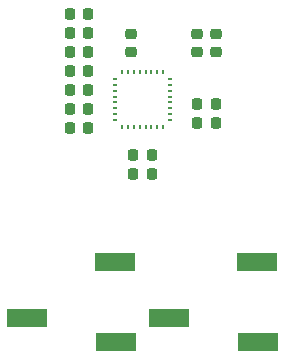
<source format=gtp>
%TF.GenerationSoftware,KiCad,Pcbnew,(6.0.0-0)*%
%TF.CreationDate,2022-08-17T15:36:00+02:00*%
%TF.ProjectId,wm8758b_codec_breakout,776d3837-3538-4625-9f63-6f6465635f62,rev?*%
%TF.SameCoordinates,Original*%
%TF.FileFunction,Paste,Top*%
%TF.FilePolarity,Positive*%
%FSLAX46Y46*%
G04 Gerber Fmt 4.6, Leading zero omitted, Abs format (unit mm)*
G04 Created by KiCad (PCBNEW (6.0.0-0)) date 2022-08-17 15:36:00*
%MOMM*%
%LPD*%
G01*
G04 APERTURE LIST*
G04 Aperture macros list*
%AMRoundRect*
0 Rectangle with rounded corners*
0 $1 Rounding radius*
0 $2 $3 $4 $5 $6 $7 $8 $9 X,Y pos of 4 corners*
0 Add a 4 corners polygon primitive as box body*
4,1,4,$2,$3,$4,$5,$6,$7,$8,$9,$2,$3,0*
0 Add four circle primitives for the rounded corners*
1,1,$1+$1,$2,$3*
1,1,$1+$1,$4,$5*
1,1,$1+$1,$6,$7*
1,1,$1+$1,$8,$9*
0 Add four rect primitives between the rounded corners*
20,1,$1+$1,$2,$3,$4,$5,0*
20,1,$1+$1,$4,$5,$6,$7,0*
20,1,$1+$1,$6,$7,$8,$9,0*
20,1,$1+$1,$8,$9,$2,$3,0*%
G04 Aperture macros list end*
%ADD10RoundRect,0.225000X0.225000X0.250000X-0.225000X0.250000X-0.225000X-0.250000X0.225000X-0.250000X0*%
%ADD11RoundRect,0.225000X-0.225000X-0.250000X0.225000X-0.250000X0.225000X0.250000X-0.225000X0.250000X0*%
%ADD12RoundRect,0.225000X0.250000X-0.225000X0.250000X0.225000X-0.250000X0.225000X-0.250000X-0.225000X0*%
%ADD13R,0.400000X0.200000*%
%ADD14R,0.200000X0.400000*%
%ADD15R,3.500000X1.500000*%
G04 APERTURE END LIST*
D10*
%TO.C,C8*%
X145375000Y-79700000D03*
X143825000Y-79700000D03*
%TD*%
%TO.C,C10*%
X145375000Y-74900000D03*
X143825000Y-74900000D03*
%TD*%
D11*
%TO.C,C4*%
X149225000Y-83600000D03*
X150775000Y-83600000D03*
%TD*%
%TO.C,C3*%
X149225000Y-82000000D03*
X150775000Y-82000000D03*
%TD*%
D10*
%TO.C,C12*%
X156175000Y-79300000D03*
X154625000Y-79300000D03*
%TD*%
D11*
%TO.C,C13*%
X154625000Y-77700000D03*
X156175000Y-77700000D03*
%TD*%
D10*
%TO.C,C6*%
X145375000Y-70100000D03*
X143825000Y-70100000D03*
%TD*%
D12*
%TO.C,C2*%
X156200000Y-73275000D03*
X156200000Y-71725000D03*
%TD*%
%TO.C,C5*%
X154600000Y-73275000D03*
X154600000Y-71725000D03*
%TD*%
%TO.C,C1*%
X149000000Y-73275000D03*
X149000000Y-71725000D03*
%TD*%
D13*
%TO.C,U1*%
X147700000Y-75550000D03*
X147700000Y-76050000D03*
X147700000Y-76550000D03*
X147700000Y-77050000D03*
X147700000Y-77550000D03*
X147700000Y-78050000D03*
X147700000Y-78550000D03*
X147700000Y-79050000D03*
D14*
X148250000Y-79600000D03*
X148750000Y-79600000D03*
X149250000Y-79600000D03*
X149750000Y-79600000D03*
X150250000Y-79600000D03*
X150750000Y-79600000D03*
X151250000Y-79600000D03*
X151750000Y-79600000D03*
D13*
X152300000Y-79050000D03*
X152300000Y-78550000D03*
X152300000Y-78050000D03*
X152300000Y-77550000D03*
X152300000Y-77050000D03*
X152300000Y-76550000D03*
X152300000Y-76050000D03*
X152300000Y-75550000D03*
D14*
X151750000Y-75000000D03*
X151250000Y-75000000D03*
X150750000Y-75000000D03*
X150250000Y-75000000D03*
X149750000Y-75000000D03*
X149250000Y-75000000D03*
X148750000Y-75000000D03*
X148250000Y-75000000D03*
%TD*%
D11*
%TO.C,C11*%
X143825000Y-78100000D03*
X145375000Y-78100000D03*
%TD*%
D10*
%TO.C,C15*%
X145375000Y-71700000D03*
X143825000Y-71700000D03*
%TD*%
%TO.C,C16*%
X145375000Y-73300000D03*
X143825000Y-73300000D03*
%TD*%
D11*
%TO.C,C19*%
X143825000Y-76500000D03*
X145375000Y-76500000D03*
%TD*%
D15*
%TO.C,J101*%
X140250000Y-95800000D03*
X147750000Y-97800000D03*
X147700000Y-91050000D03*
%TD*%
%TO.C,J102*%
X152250000Y-95800000D03*
X159750000Y-97800000D03*
X159700000Y-91050000D03*
%TD*%
M02*

</source>
